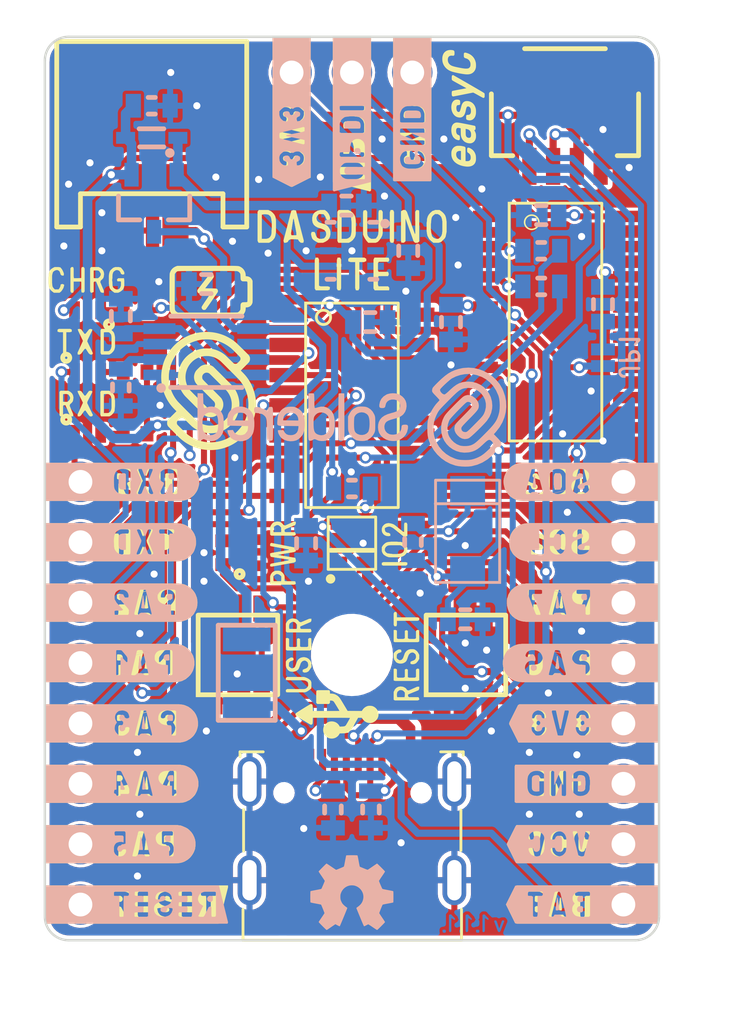
<source format=kicad_pcb>
(kicad_pcb (version 20210623) (generator pcbnew)
  (layers (0 "F.Cu" mixed) (31 "B.Cu" signal) (34 "B.Paste" user) (35 "F.Paste" user) (36 "B.SilkS" user "B.Silkscreen") (37 "F.SilkS" user "F.Silkscreen") (38 "B.Mask" user) (39 "F.Mask" user) (44 "Edge.Cuts" user))
  (net 0 "")
  (net 1 "+3V3")
  (net 2 "GND")
  (net 3 "RESET")
  (net 4 "VUSB")
  (net 5 "VCC")
  (net 6 "VBAT")
  (net 7 "TXD0")
  (net 8 "Net-(D1-Pad1)")
  (net 9 "RXD0")
  (net 10 "Net-(D2-Pad1)")
  (net 11 "Net-(D3-Pad1)")
  (net 13 "Net-(F1-Pad2)")
  (net 14 "D-")
  (net 15 "D+")
  (net 16 "SDA")
  (net 17 "SCL")
  (net 18 "SPI_MISO")
  (net 19 "SPI_MOSI")
  (net 20 "SPI_SCK")
  (net 21 "SPI_CS")
  (net 23 "RTS")
  (net 24 "Net-(C10-Pad2)")
  (net 25 "Net-(C2-Pad1)")
  (net 26 "Net-(D5-Pad2)")
  (net 27 "Net-(K2-PadA5)")
  (net 29 "Net-(K2-PadB5)")
  (net 36 "Net-(R1-Pad1)")
  (net 37 "Net-(R2-Pad1)")
  (net 38 "Net-(R11-Pad1)")
  (net 39 "Net-(R12-Pad1)")
  (net 41 "Net-(D4-Pad3)")
  (net 43 "PA5")
  (net 44 "PA7")
  (net 45 "PA6")
  (footprint "e-radionica.com footprinti:HEADER-UPDI" (layer "F.Cu") (at 77.43 113.5)
    (fp_text reference "K4")
    (fp_text value "HEADER-UPDI")
  )
  (footprint "buzzardLabel" (layer "F.Cu") (at 90.76 130.72)
    (fp_text reference "")
    (fp_text value "")
  )
  (footprint "buzzardLabel" (layer "F.Cu") (at 79.2 133.3 90)
    (fp_text reference "")
    (fp_text value "")
  )
  (footprint "buzzardLabel" (layer "F.Cu") (at 64.1 145.96)
    (fp_text reference "")
    (fp_text value "")
  )
  (footprint "e-radionica.com footprinti:0402R" (layer "F.Cu") (at 68.3 126.1)
    (fp_text reference "R3")
    (fp_text value "2k2")
  )
  (footprint "buzzardLabel" (layer "F.Cu") (at 90.76 143.42)
    (fp_text reference "")
    (fp_text value "")
  )
  (footprint "buzzardLabel" (layer "F.Cu") (at 64.1 135.8)
    (fp_text reference "")
    (fp_text value "")
  )
  (footprint "Soldered Graphics:Logo-Back-OSH-3.5mm" (layer "F.Cu") (at 77.43 148)
    (fp_text reference "G***" hide)
    (fp_text value "LOGO" hide)
  )
  (footprint "e-radionica.com footprinti:0402LED" (layer "F.Cu") (at 66.3 128.7 180)
    (fp_text reference "D2")
    (fp_text value "orange")
  )
  (footprint "e-radionica.com footprinti:SOIC-14" (layer "F.Cu") (at 77.43 127.5)
    (fp_text reference "U4")
    (fp_text value "ATTINY804")
  )
  (footprint "e-radionica.com footprinti:0402R" (layer "F.Cu") (at 68.3 128.7)
    (fp_text reference "R4")
    (fp_text value "2k2")
  )
  (footprint "buzzardLabel" (layer "F.Cu") (at 90.76 138.34)
    (fp_text reference "")
    (fp_text value "")
  )
  (footprint "buzzardLabel" (layer "F.Cu") (at 90.76 140.88)
    (fp_text reference "")
    (fp_text value "")
  )
  (footprint "buzzardLabel" (layer "F.Cu") (at 90.76 133.26)
    (fp_text reference "")
    (fp_text value "")
  )
  (footprint "buzzardLabel" (layer "F.Cu") (at 64.1 143.42)
    (fp_text reference "")
    (fp_text value "")
  )
  (footprint "e-radionica.com footprinti:FIDUCIAL_1MM_PASTE" (layer "F.Cu") (at 74.5 149)
    (fp_text reference "FD1")
    (fp_text value "Fiducial_Stencil")
  )
  (footprint "buzzardLabel" (layer "F.Cu") (at 90.76 145.96)
    (fp_text reference "")
    (fp_text value "")
  )
  (footprint "buzzardLabel" (layer "F.Cu") (at 74.89 111.6 90)
    (fp_text reference "")
    (fp_text value "")
  )
  (footprint "e-radionica.com footprinti:WS2812B-2020" (layer "F.Cu") (at 77.43 133.3 -90)
    (fp_text reference "D4")
    (fp_text value "WS2812B-2020")
  )
  (footprint "buzzardLabel" (layer "F.Cu") (at 77.43 111.6 90)
    (fp_text reference "")
    (fp_text value "")
  )
  (footprint "e-radionica.com footprinti:0402R" (layer "F.Cu") (at 68.3 123.5 180)
    (fp_text reference "R12")
    (fp_text value "2k2")
  )
  (footprint "buzzardLabel" (layer "F.Cu") (at 79.97 111.6 90)
    (fp_text reference "")
    (fp_text value "")
  )
  (footprint "buzzardLabel" (layer "F.Cu") (at 90.76 135.8)
    (fp_text reference "")
    (fp_text value "")
  )
  (footprint "e-radionica.com footprinti:0402LED" (layer "F.Cu") (at 73.3 133.7 -90)
    (fp_text reference "D3")
    (fp_text value "purple")
  )
  (footprint "buzzardLabel" (layer "F.Cu") (at 79.7 138 90)
    (fp_text reference "")
    (fp_text value "")
  )
  (footprint "e-radionica.com footprinti:HEADER_MALE_8X1" (layer "F.Cu") (at 66 139.61 90)
    (fp_text reference "K5")
    (fp_text value "HEADER_MALE_8X1")
  )
  (footprint "e-radionica.com footprinti:SOP-16" (layer "F.Cu") (at 86 124)
    (fp_text reference "U1")
    (fp_text value "CH340C")
  )
  (footprint "buzzardLabel" (layer "F.Cu") (at 77.43 120)
    (fp_text reference "")
    (fp_text value "")
  )
  (footprint "e-radionica.com footprinti:easyC-connector" (layer "F.Cu") (at 86.4 115.3)
    (fp_text reference "K1")
    (fp_text value "easyC-SMD")
  )
  (footprint "e-radionica.com footprinti:0402LED" (layer "F.Cu") (at 66.3 126.1 180)
    (fp_text reference "D1")
    (fp_text value "blue")
  )
  (footprint "Soldered Graphics:Symbol-Front-Battery" (layer "F.Cu") (at 71.5 122.8)
    (fp_text reference "G***" hide)
    (fp_text value "LOGO" hide)
  )
  (footprint "buzzardLabel" (layer "F.Cu") (at 64.1 138.34)
    (fp_text reference "")
    (fp_text value "")
  )
  (footprint "buzzardLabel" (layer "F.Cu") (at 66.3 122.2)
    (fp_text reference "")
    (fp_text value "")
  )
  (footprint "Soldered Graphics:Logo-Back-SolderedFULL-13mm" (layer "F.Cu") (at 77.43 128)
    (fp_text reference "REF**" hide)
    (fp_text value "Logo-Front-SolderedFULL-13mm" hide)
  )
  (footprint "Soldered Graphics:Logo-Front-Soldered-5mm" (layer "F.Cu") (at 71.4 126.9)
    (fp_text reference "G***" hide)
    (fp_text value "LOGO" hide)
  )
  (footprint "buzzardLabel" (layer "F.Cu") (at 90.76 148.5)
    (fp_text reference "")
    (fp_text value "")
  )
  (footprint "buzzardLabel" (layer "F.Cu") (at 75.16 138 90)
    (fp_text reference "")
    (fp_text value "")
  )
  (footprint "buzzardLabel" (layer "F.Cu") (at 66.3 127.4)
    (fp_text reference "")
    (fp_text value "")
  )
  (footprint "buzzardLabel" (layer "F.Cu") (at 64.1 133.26)
    (fp_text reference "")
    (fp_text value "")
  )
  (footprint "e-radionica.com footprinti:0402LED" (layer "F.Cu") (at 66.3 123.5)
    (fp_text reference "D5")
    (fp_text value "red")
  )
  (footprint "buzzardLabel" (layer "F.Cu") (at 64.1 140.88)
    (fp_text reference "")
    (fp_text value "")
  )
  (footprint "e-radionica.com footprinti:HEADER_MALE_8X1" (layer "F.Cu") (at 88.86 139.61 90)
    (fp_text reference "K6")
    (fp_text value "HEADER_MALE_8X1")
  )
  (footprint "e-radionica.com footprinti:YTSA007A0151803B" (layer "F.Cu") (at 72.63 138 90)
    (fp_text reference "SW1")
    (fp_text value "YTSA007A0151803B")
  )
  (footprint "e-radionica.com footprinti:HOLE_3.2mm" (layer "F.Cu") (at 77.43 138)
    (fp_text reference "H1" hide)
    (fp_text value "HOLE_3.2mm" hide)
  )
  (footprint "e-radionica.com footprinti:JST-2pin-SMD" (layer "F.Cu") (at 69 117)
    (fp_text reference "K3")
    (fp_text value "JST-2pin-SMD")
  )
  (footprint "Soldered Graphics:Logo-Front-easyC-5mm" (layer "F.Cu") (at 82.1 115 90)
    (fp_text reference "G***" hide)
    (fp_text value "LOGO" hide)
  )
  (footprint "Soldered Graphics:Symbol-Front-USB" (layer "F.Cu") (at 76.8 140.5 90)
    (fp_text reference "G***" hide)
    (fp_text value "LOGO" hide)
  )
  (footprint "buzzardLabel" (layer "F.Cu") (at 77.43 122)
    (fp_text reference "")
    (fp_text value "")
  )
  (footprint "buzzardLabel" (layer "F.Cu") (at 74.5 133.7 90)
    (fp_text reference "")
    (fp_text value "")
  )
  (footprint "e-radionica.com footprinti:YTSA007A0151803B" (layer "F.Cu") (at 82.23 138 90)
    (fp_text reference "SW2")
    (fp_text value "YTSA007A0151803B")
  )
  (footprint "e-radionica.com footprinti:0402R" (layer "F.Cu") (at 72 133.7 90)
    (fp_text reference "R6")
    (fp_text value "2k2")
  )
  (footprint "buzzardLabel" (layer "F.Cu") (at 64.1 148.5)
    (fp_text reference "")
    (fp_text value "")
  )
  (footprint "buzzardLabel" (layer "F.Cu") (at 66.3 124.8)
    (fp_text reference "")
    (fp_text value "")
  )
  (footprint "buzzardLabel" (layer "F.Cu") (at 64.1 130.72)
    (fp_text reference "")
    (fp_text value "")
  )
  (footprint "e-radionica.com footprinti:U262-161N-4BVC11" (layer "F.Cu") (at 77.43 145)
    (fp_text reference "K2")
    (fp_text value "U262-161N-4BVC11")
  )
  (footprint "buzzardLabel" (layer "B.Cu") (at 74.89 111.6 90)
    (fp_text reference "")
    (fp_text value "")
  )
  (footprint "buzzardLabel" (layer "B.Cu") (at 79.97 111.6 90)
    (fp_text reference "")
    (fp_text value "")
  )
  (footprint "e-radionica.com footprinti:0603R" (layer "B.Cu") (at 85.4 122.5)
    (fp_text reference "R2")
    (fp_text value "1k")
  )
  (footprint "buzzardLabel" (layer "B.Cu") (at 90.76 143.42 180)
    (fp_text reference "")
    (fp_text value "")
  )
  (footprint "e-radionica.com footprinti:0603C" (layer "B.Cu") (at 78.2 124)
    (fp_text reference "C9")
    (fp_text value "0.1uF")
  )
  (footprint "e-radionica.com footprinti:1206FUSE" (layer "B.Cu") (at 73 138.75 -90)
    (fp_text reference "F1")
    (fp_text value "1206FUSE-500mA")
  )
  (footprint "buzzardLabel" (layer "B.Cu") (at 64.1 138.34 180)
    (fp_text reference "")
    (fp_text value "")
  )
  (footprint "e-radionica.com footprinti:0603C" (layer "B.Cu") (at 85.4 119.5)
    (fp_text reference "C1")
    (fp_text value "0.1uF")
  )
  (footprint "e-radionica.com footprinti:M4_DIODA" (layer "B.Cu") (at 82.3 132.8 90)
    (fp_text reference "D6")
    (fp_text value "M4_DIODA")
  )
  (footprint "e-radionica.com footprinti:0603R" (layer "B.Cu") (at 80 133.25 90)
    (fp_text reference "R10")
    (fp_text value "10k")
  )
  (footprint "e-radionica.com footprinti:0603C" (layer "B.Cu") (at 79.8 121 90)
    (fp_text reference "C5")
    (fp_text value "2.2uF")
  )
  (footprint "e-radionica.com footprinti:0603R" (layer "B.Cu") (at 85.4 121)
    (fp_text reference "R1")
    (fp_text value "1k")
  )
  (footprint "buzzardLabel" (layer "B.Cu") (at 64.1 148.5 180)
    (fp_text reference "")
    (fp_text value "")
  )
  (footprint "buzzardLabel" (layer "B.Cu") (at 90.76 133.26 180)
    (fp_text reference "")
    (fp_text value "")
  )
  (footprint "buzzardLabel" (layer "B.Cu") (at 64.1 143.42 180)
    (fp_text reference "")
    (fp_text value "")
  )
  (footprint "e-radionica.com footprinti:0603R" (layer "B.Cu") (at 78.23 144.5 -90)
    (fp_text reference "R7")
    (fp_text value "5.1k")
  )
  (footprint "buzzardLabel" (layer "B.Cu") (at 64.1 135.8 180)
    (fp_text reference "")
    (fp_text value "")
  )
  (footprint "e-radionica.com footprinti:TPS7A2633DRVR" (layer "B.Cu") (at 77.43 121 180)
    (fp_text reference "U2")
    (fp_text value "TPS7A2633DRVR")
  )
  (footprint "buzzardLabel" (layer "B.Cu") (at 64.1 145.96 180)
    (fp_text reference "")
    (fp_text value "")
  )
  (footprint "buzzardLabel" (layer "B.Cu") (at 64.1 140.88 180)
    (fp_text reference "")
    (fp_text value "")
  )
  (footprint "e-radionica.com footprinti:0603R" (layer "B.Cu") (at 76.63 144.5 -90)
    (fp_text reference "R8")
    (fp_text value "5.1k")
  )
  (footprint "Soldered Graphics:Version1.1.1." (layer "B.Cu") (at 82.5 149.3 180)
    (fp_text reference "REF**" hide)
    (fp_text value "Version1.1.1." hide)
  )
  (footprint "e-radionica.com footprinti:SOT-23-3" (layer "B.Cu") (at 69.1 119 -90)
    (fp_text reference "Q1")
    (fp_text value "PMOS-SOT-23-3")
  )
  (footprint "buzzardLabel" (layer "B.Cu") (at 77.43 111.6 90)
    (fp_text reference "")
    (fp_text value "")
  )
  (footprint "e-radionica.com footprinti:0603C" (layer "B.Cu") (at 77.2 119.1 180)
    (fp_text reference "C3")
    (fp_text value "2.2uF")
  )
  (footprint "buzzardLabel" (layer "B.Cu") (at 90.76 140.88 180)
    (fp_text reference "")
    (fp_text value "")
  )
  (footprint "e-radionica.com footprinti:0603R" (layer "B.Cu") (at 69 114.9 180)
    (fp_text reference "R14")
    (fp_text value "100k")
  )
  (footprint "buzzardLabel" (layer "B.Cu") (at 90.76 148.5 180)
    (fp_text reference "")
    (fp_text value "")
  )
  (footprint "buzzardLabel" (layer "B.Cu") (at 90.76 130.72 180)
    (fp_text reference "")
    (fp_text value "")
  )
  (footprint "e-radionica.com footprinti:0603C" (layer "B.Cu") (at 88 123.25 -90)
    (fp_text reference "C10")
    (fp_text value "0.1uF")
  )
  (footprint "buzzardLabel" (layer "B.Cu") (at 64.1 133.26 180)
    (fp_text reference "")
    (fp_text value "")
  )
  (footprint "buzzardLabel" (layer "B.Cu") (at 90.76 135.8 180)
    (fp_text reference "")
    (fp_text value "")
  )
  (footprint "e-radionica.com footprinti:0603C" (layer "B.Cu") (at 81.6 124 -90)
    (fp_text reference "C2")
    (fp_text value "0.1uF")
  )
  (footprint "buzzardLabel" (layer "B.Cu") (at 90.76 138.34 180)
    (fp_text reference "")
    (fp_text value "")
  )
  (footprint "e-radionica.com footprinti:SMD_JUMPER" (layer "B.Cu") (at 88 125.5 -90)
    (fp_text reference "JP1")
    (fp_text value "SMD_JUMPER")
  )
  (footprint "buzzardLabel" (layer "B.Cu") (at 90.76 145.96 180)
    (fp_text reference "")
    (fp_text value "")
  )
  (footprint "e-radionica.com footprinti:0603C" (layer "B.Cu") (at 71.3 122.4)
    (fp_text reference "C7")
    (fp_text value "2.2uF")
  )
  (footprint "buzzardLabel" (layer "B.Cu") (at 89.1 125.5 90)
    (fp_text reference "")
    (fp_text value "")
  )
  (footprint "e-radionica.com footprinti:0603C" (layer "B.Cu") (at 82.2 136.5 180)
    (fp_text reference "C6")
    (fp_text value "270pF")
  )
  (footprint "e-radionica.com footprinti:0603R" (layer "B.Cu") (at 77.43 131)
    (fp_text reference "R5")
    (fp_text value "1k")
  )
  (footprint "e-radionica.com footprinti:0603C" (layer "B.Cu") (at 67.7 123.75 -90)
    (fp_text reference "C8")
    (fp_text value "2.2uF")
  )
  (footprint "e-radionica.com footprinti:TP4056M-MSOP8" (layer "B.Cu") (at 71.3 125.25)
    (fp_text reference "U3")
    (fp_text value "TP4056M")
  )
  (footprint "e-radionica.com footprinti:0603R" (layer "B.Cu") (at 67.7 126.75 -90)
    (fp_text reference "R11")
    (fp_text value "3k")
  )
  (footprint "e-radionica.com footprinti:0603C" (layer "B.Cu") (at 75.5 133.3 -90)
    (fp_text reference "C4")
    (fp_text value "100nF")
  )
  (footprint "e-radionica.com footprinti:SOD-323" (layer "B.Cu") (at 69 116.25)
    (fp_text reference "D7")
    (fp_text value "BAT20J")
  )
  (footprint "buzzardLabel" (layer "B.Cu") (at 64.1 130.72 180)
    (fp_text reference "")
    (fp_text value "")
  )
  (gr_arc (start 89.36 112.999997) (end 89.36 112) (angle 90) (layer "Edge.Cuts") (width 0.1))
  (gr_arc (start 89.36 149) (end 89.36 150) (angle -90) (layer "Edge.Cuts") (width 0.1))
  (gr_line (start 64.5 113) (end 64.5 149) (layer "Edge.Cuts") (width 0.1))
  (gr_line locked (start 90.36 149) (end 90.36 113) (layer "Edge.Cuts") (width 0.1))
  (gr_line locked (start 89.36 112) (end 65.5 112) (layer "Edge.Cuts") (width 0.1))
  (gr_line (start 65.5 150) (end 89.36 150) (layer "Edge.Cuts") (width 0.1))
  (gr_arc (start 65.5 149) (end 65.5 150) (angle 90) (layer "Edge.Cuts") (width 0.1))
  (gr_arc (start 65.499997 113) (end 64.5 113) (angle 90) (layer "Edge.Cuts") (width 0.1))
  (segment (start 86.1 115.3) (end 84 115.3) (width 0.3) (layer "F.Cu") (net 1))
  (segment (start 74.89 113.89) (end 74.89 113.5) (width 0.3) (layer "F.Cu") (net 1))
  (segment (start 81.5 132.8) (end 83.9 132.8) (width 0.254) (layer "F.Cu") (net 1))
  (segment (start 75.01898 135.61898) (end 74.6 135.2) (width 0.254) (layer "F.Cu") (net 1))
  (segment (start 74.6 135.2) (end 72.6 135.2) (width 0.254) (layer "F.Cu") (net 1))
  (segment (start 76.3 115.3) (end 74.89 113.89) (width 0.3) (layer "F.Cu") (net 1))
  (segment (start 86.9 116.1) (end 86.1 115.3) (width 0.3) (layer "F.Cu") (net 1))
  (segment (start 78.08102 135.61898) (end 75.01898 135.61898) (width 0.254) (layer "F.Cu") (net 1))
  (segment (start 72 134.6) (end 72 134.2) (width 0.254) (layer "F.Cu") (net 1))
  (segment (start 80.9 132.8) (end 78.08102 135.61898) (width 0.254) (layer "F.Cu") (net 1))
  (segment (start 81.5 132.8) (end 80.9 132.8) (width 0.254) (layer "F.Cu") (net 1))
  (segment (start 76.5 123.3) (end 76.11 123.69) (width 0.3) (layer "F.Cu") (net 1))
  (segment (start 76.11 123.69) (end 74.73 123.69) (width 0.3) (layer "F.Cu") (net 1))
  (segment (start 83.9 132.8) (end 85.6 134.5) (width 0.254) (layer "F.Cu") (net 1))
  (segment (start 72.6 135.2) (end 72 134.6) (width 0.254) (layer "F.Cu") (net 1))
  (segment (start 86.9 117.45) (end 86.9 116.1) (width 0.3) (layer "F.Cu") (net 1))
  (segment (start 84 115.3) (end 76.3 115.3) (width 0.3) (layer "F.Cu") (net 1))
  (via (at 81.5 132.8) (size 0.5) (drill 0.3) (layers "F.Cu" "B.Cu") (net 1))
  (via (at 76.5 123.3) (size 0.5) (drill 0.3) (layers "F.Cu" "B.Cu") (net 1))
  (via (at 84 115.3) (size 0.5) (drill 0.3) (layers "F.Cu" "B.Cu") (net 1))
  (via (at 85.6 134.5) (size 0.5) (drill 0.3) (layers "F.Cu" "B.Cu") (net 1))
  (segment (start 81.1 122.3) (end 80.6 122.8) (width 0.3) (layer "B.Cu") (net 1))
  (segment (start 87 123.9) (end 87 121.6) (width 0.3) (layer "B.Cu") (net 1))
  (segment (start 78.425 120.35) (end 79.72 120.35) (width 0.3) (layer "B.Cu") (net 1))
  (segment (start 86.5 118) (end 85.1 118) (width 0.3) (layer "B.Cu") (net 1))
  (segment (start 79.8 125.3) (end 78.1 125.3) (width 0.3) (layer "B.Cu") (net 1))
  (segment (start 88.86 140.88) (end 88.78 140.88) (width 0.3) (layer "B.Cu") (net 1))
  (segment (start 77.47 124.67) (end 77.47 124) (width 0.3) (layer "B.Cu") (net 1))
  (segment (start 81.1 120.8) (end 81.1 122.3) (width 0.3) (layer "B.Cu") (net 1))
  (segment (start 80.6 122.8) (end 80.6 124.5) (width 0.3) (layer "B.Cu") (net 1))
  (segment (start 76.77 123.3) (end 77.47 124) (width 0.3) (layer "B.Cu") (net 1))
  (segment (start 79.8 118.8) (end 79.8 120.27) (width 0.3) (layer "B.Cu") (net 1))
  (segment (start 81.5 132.8) (end 82.3 132) (width 0.254) (layer "B.Cu") (net 1))
  (segment (start 79.72 120.35) (end 79.8 120.27) (width 0.3) (layer "B.Cu") (net 1))
  (segment (start 79.8 120.27) (end 80.57 120.27) (width 0.3) (layer "B.Cu") (net 1))
  (segment (start 85.1 118) (end 84 116.9) (width 0.3) (layer "B.Cu") (net 1))
  (segment (start 74.89 113.5) (end 74.89 113.89) (width 0.3) (layer "B.Cu") (net 1))
  (segment (start 80.325 132.8) (end 81.5 132.8) (width 0.254) (layer "B.Cu") (net 1))
  (segment (start 80.57 120.27) (end 81.1 120.8) (width 0.3) (layer "B.Cu") (net 1))
  (segment (start 76.5 123.3) (end 76.77 123.3) (width 0.3) (layer "B.Cu") (net 1))
  (segment (start 82.3 132) (end 82.3 131.11) (width 0.254) (layer "B.Cu") (net 1))
  (segment (start 80 132.475) (end 80.325 132.8) (width 0.254) (layer "B.Cu") (net 1))
  (segment (start 87.8 119.3) (end 86.5 118) (width 0.3) (layer "B.Cu") (net 1))
  (segment (start 87 121.6) (end 87.8 120.8) (width 0.3) (layer "B.Cu") (net 1))
  (segment (start 84 116.9) (end 84 115.3) (width 0.3) (layer "B.Cu") (net 1))
  (segment (start 87.8 120.8) (end 87.8 119.3) (width 0.3) (layer "B.Cu") (net 1))
  (segment (start 78.1 125.3) (end 77.47 124.67) (width 0.3) (layer "B.Cu") (net 1))
  (segment (start 85.6 125.3) (end 87 123.9) (width 0.3) (layer "B.Cu") (net 1))
  (segment (start 80.6 124.5) (end 79.8 125.3) (width 0.3) (layer "B.Cu") (net 1))
  (segment (start 74.89 113.89) (end 79.8 118.8) (width 0.3) (layer "B.Cu") (net 1))
  (segment (start 85.6 137.7) (end 85.6 125.3) (width 0.3) (layer "B.Cu") (net 1))
  (segment (start 88.78 140.88) (end 85.6 137.7) (width 0.3) (layer "B.Cu") (net 1))
  (via (at 82.9 118.4) (size 0.5) (drill 0.3) (layers "F.Cu" "B.Cu") (net 2))
  (via (at 86.9 142.2) (size 0.5) (drill 0.3) (layers "F.Cu" "B.Cu") (net 2))
  (via (at 73.5 118) (size 0.5) (drill 0.3) (layers "F.Cu" "B.Cu") (net 2))
  (via (at 75.4 145.3) (size 0.5) (drill 0.3) (layers "F.Cu" "B.Cu") (net 2))
  (via (at 83.3 141.2) (size 0.5) (drill 0.3) (layers "F.Cu" "B.Cu") (net 2))
  (via (at 68.4 142.1) (size 0.5) (drill 0.3) (layers "F.Cu" "B.Cu") (net 2))
  (via (at 84.9 144.7) (size 0.5) (drill 0.3) (layers "F.Cu" "B.Cu") (net 2))
  (via (at 69.1 134.6) (size 0.5) (drill 0.3) (layers "F.Cu" "B.Cu") (net 2))
  (via (at 71.7 117.9) (size 0.5) (drill 0.3) (layers "F.Cu" "B.Cu") (net 2))
  (via (at 68.5 144.7) (size 0.5) (drill 0.3) (layers "F.Cu" "B.Cu") (net 2))
  (via (at 75.5 121) (size 0.5) (drill 0.3) (layers "F.Cu" "B.Cu") (net 2))
  (via (at 66.4 117.3) (size 0.5) (drill 0.3) (layers "F.Cu" "B.Cu") (net 2))
  (via (at 86.5 132) (size 0.5) (drill 0.3) (layers "F.Cu" "B.Cu") (net 2))
  (via (at 68.4 147.3) (size 0.5) (drill 0.3) (layers "F.Cu" "B.Cu") (net 2))
  (via (at 85.7 139.6) (size 0.5) (drill 0.3) (layers "F.Cu" "B.Cu") (net 2))
  (via (at 69.8 113.5) (size 0.5) (drill 0.3) (layers "F.Cu" "B.Cu") (net 2))
  (via (at 72.6 138.8) (size 0.5) (drill 0.3) (layers "F.Cu" "B.Cu") (net 2))
  (via (at 77.43 121) (size 0.5) (drill 0.3) (layers "F.Cu" "B.Cu") (net 2))
  (via (at 78.7 116.3) (size 0.5) (drill 0.3) (layers "F.Cu" "B.Cu") (net 2))
  (via (at 71.3 141.2) (size 0.5) (drill 0.3) (layers "F.Cu" "B.Cu") (net 2))
  (via (at 82.2 139.4) (size 0.5) (drill 0.3) (layers "F.Cu" "B.Cu") (net 2))
  (via (at 81.9 121.6) (size 0.5) (drill 0.3) (layers "F.Cu" "B.Cu") (net 2))
  (via (at 71.2 134.9) (size 0.5) (drill 0.3) (layers "F.Cu" "B.Cu") (net 2))
  (via (at 77.4 130.3) (size 0.5) (drill 0.3) (layers "F.Cu" "B.Cu") (net 2))
  (via (at 87.1 137) (size 0.5) (drill 0.3) (layers "F.Cu" "B.Cu") (net 2))
  (via (at 70.9 114.9) (size 0.5) (drill 0.3) (layers "F.Cu" "B.Cu") (net 2))
  (via (at 87 144.7) (size 0.5) (drill 0.3) (layers "F.Cu" "B.Cu") (net 2))
  (via (at 88 129) (size 0.5) (drill 0.3) (layers "F.Cu" "B.Cu") (net 2))
  (via (at 73.9 121.1) (size 0.5) (drill 0.3) (layers "F.Cu" "B.Cu") (net 2))
  (via (at 66.9 119.4) (size 0.5) (drill 0.3) (layers "F.Cu" "B.Cu") (net 2))
  (via (at 89.1 117.5) (size 0.5) (drill 0.3) (layers "F.Cu" "B.Cu") (net 2))
  (via (at 75.6 134.9) (size 0.5) (drill 0.3) (layers "F.Cu" "B.Cu") (net 2))
  (via (at 81.3 116.3) (size 0.5) (drill 0.3) (layers "F.Cu" "B.Cu") (net 2))
  (via (at 69.35 127.5) (size 0.5) (drill 0.3) (layers "F.Cu" "B.Cu") (net 2))
  (via (at 78.8 118.7) (size 0.5) (drill 0.3) (layers "F.Cu" "B.Cu") (net 2))
  (via (at 65.3 120.8) (size 0.5) (drill 0.3) (layers "F.Cu" "B.Cu") (net 2))
  (via (at 84.9 142.1) (size 0.5) (drill 0.3) (layers "F.Cu" "B.Cu") (net 2))
  (via (at 80.3 135.4) (size 0.5) (drill 0.3) (layers "F.Cu" "B.Cu") (net 2))
  (via (at 83.1 137.8) (size 0.5) (drill 0.3) (layers "F.Cu" "B.Cu") (net 2))
  (via (at 86.3 128.7) (size 0.5) (drill 0.3) (layers "F.Cu" "B.Cu") (net 2))
  (via (at 69.3 122.3) (size 0.5) (drill 0.3) (layers "F.Cu" "B.Cu") (net 2))
  (via (at 72.4 120.6) (size 0.5) (drill 0.3) (layers "F.Cu" "B.Cu") (net 2))
  (via (at 81.8 119.6) (size 0.5) (drill 0.3) (layers "F.Cu" "B.Cu") (net 2))
  (via (at 65.5 118.2) (size 0.5) (drill 0.3) (layers "F.Cu" "B.Cu") (net 2))
  (via (at 87.5 126.9) (size 0.5) (drill 0.3) (layers "F.Cu" "B.Cu") (net 2))
  (via (at 79.5 145.9) (size 0.5) (drill 0.3) (layers "F.Cu" "B.Cu") (net 2))
  (via (at 76.1 117.9) (size 0.5) (drill 0.3) (layers "F.Cu" "B.Cu") (net 2))
  (via (at 66.9 121) (size 0.5) (drill 0.3) (layers "F.Cu" "B.Cu") (net 2))
  (via (at 88 115.9) (size 0.5) (drill 0.3) (layers "F.Cu" "B.Cu") (net 2))
  (via (at 81.6 125.8) (size 0.5) (drill 0.3) (layers "F.Cu" "B.Cu") (net 2))
  (via (at 72.5 129.7) (size 0.5) (drill 0.3) (layers "F.Cu" "B.Cu") (net 2))
  (via (at 87.1 120.4) (size 0.5) (drill 0.3) (layers "F.Cu" "B.Cu") (net 2))
  (via (at 68.5 137.1) (size 0.5) (drill 0.3) (layers "F.Cu" "B.Cu") (net 2))
  (via (at 71.2 133.7) (size 0.5) (drill 0.3) (layers "F.Cu" "B.Cu") (net 2))
  (via (at 82.2 133.4) (size 0.5) (drill 0.3) (layers "F.Cu" "B.Cu") (net 2))
  (via (at 77.9 133.3) (size 0.5) (drill 0.3) (layers "F.Cu" "B.Cu") (net 2))
  (via (at 82.2 137.5) (size 0.5) (drill 0.3) (layers "F.Cu" "B.Cu") (net 2))
  (via (at 79.7 122.7) (size 0.5) (drill 0.3) (layers "F.Cu" "B.Cu") (net 2))
  (segment (start 66 148.5) (end 68.3 148.5) (width 0.254) (layer "F.Cu") (net 3))
  (segment (start 81.37 128.77) (end 80.13 128.77) (width 0.254) (layer "F.Cu") (net 3))
  (segment (start 86.2 127.7) (end 86.2 125.6) (width 0.254) (layer "F.Cu") (net 3))
  (segment (start 81.23 139.95) (end 81.23 136.05) (width 0.254) (layer "F.Cu") (net 3))
  (segment (start 83.6 129.4) (end 82 129.4) (width 0.254) (layer "F.Cu") (net 3))
  (segment (start 75.4 140.1) (end 81.08 140.1) (width 0.254) (layer "F.Cu") (net 3))
  (segment (start 81.23 134.92) (end 81.23 136.05) (width 0.254) (layer "F.Cu") (net 3))
  (segment (start 82 129.4) (end 81.37 128.77) (width 0.254) (layer "F.Cu") (net 3))
  (segment (start 83.6 129.4) (end 84.5 129.4) (width 0.254) (layer "F.Cu") (net 3))
  (segment (start 71.1 142.5) (end 72.4 141.2) (width 0.254) (layer "F.Cu") (net 3))
  (segment (start 86.5 125.9) (end 87 125.9) (width 0.254) (layer "F.Cu") (net 3))
  (segment (start 84.3 123.7) (end 86.2 125.6) (width 0.254) (layer "F.Cu") (net 3))
  (segment (start 68.3 148.5) (end 71.1 145.7) (width 0.254) (layer "F.Cu") (net 3))
  (segment (start 86.2 125.6) (end 86.5 125.9) (width 0.254) (layer "F.Cu") (net 3))
  (segment (start 84.5 129.4) (end 86.2 127.7) (width 0.254) (layer "F.Cu") (net 3))
  (segment (start 81.01 134.7) (end 81.23 134.92) (width 0.254) (layer "F.Cu") (net 3))
  (segment (start 74.3 141.2) (end 75.4 140.1) (width 0.254) (layer "F.Cu") (net 3))
  (segment (start 81.08 140.1) (end 81.23 139.95) (width 0.254) (layer "F.Cu") (net 3))
  (segment (start 71.1 145.7) (end 71.1 142.5) (width 0.254) (layer "F.Cu") (net 3))
  (segment (start 72.4 141.2) (end 74.3 141.2) (width 0.254) (layer "F.Cu") (net 3))
  (segment (start 80.13 128.77) (end 79.86778 128.77) (width 0.254) (layer "F.Cu") (net 3))
  (via (at 84.3 123.7) (size 0.5) (drill 0.3) (layers "F.Cu" "B.Cu") (net 3))
  (via (at 87 125.9) (size 0.5) (drill 0.3) (layers "F.Cu" "B.Cu") (net 3))
  (via (at 81.01 134.7) (size 0.5) (drill 0.3) (layers "F.Cu" "B.Cu") (net 3))
  (via (at 83.6 129.4) (size 0.5) (drill 0.3) (layers "F.Cu" "B.Cu") (net 3))
  (segment (start 82.3 134.49) (end 82.09 134.7) (width 0.254) (layer "B.Cu") (net 3))
  (segment (start 82.3 134.49) (end 82.3 134.9) (width 0.254) (layer "B.Cu") (net 3))
  (segment (start 77.43 113.5) (end 77.43 113.93) (width 0.254) (layer "B.Cu") (net 3))
  (segment (start 82.09 134.7) (end 81.01 134.7) (width 0.254) (layer "B.Cu") (net 3))
  (segment (start 81.47 135.73) (end 81.47 136.5) (width 0.254) (layer "B.Cu") (net 3))
  (segment (start 83.2 122.6) (end 83.5 122.9) (width 0.254) (layer "B.Cu") (net 3))
  (segment (start 83.2 119.7) (end 83.2 122.6) (width 0.254) (layer "B.Cu") (net 3))
  (segment (start 83.6 129.4) (end 83.6 133.3) (width 0.254) (layer "B.Cu") (net 3))
  (segment (start 82.3 134.9) (end 81.47 135.73) (width 0.254) (layer "B.Cu") (net 3))
  (segment (start 82.41 134.49) (end 82.3 134.49) (width 0.254) (layer "B.Cu") (net 3))
  (segment (start 83.6 133.3) (end 82.41 134.49) (width 0.254) (layer "B.Cu") (net 3))
  (segment (start 81.01 134.7) (end 80.335 134.025) (width 0.254) (layer "B.Cu") (net 3))
  (segment (start 87.05 125.85) (end 87 125.9) (width 0.3) (layer "B.Cu") (net 3))
  (segment (start 77.43 113.93) (end 83.2 119.7) (width 0.254) (layer "B.Cu") (net 3))
  (segment (start 83.5 122.9) (end 84.3 123.7) (width 0.254) (layer "B.Cu") (net 3))
  (segment (start 88 125.85) (end 87.05 125.85) (width 0.3) (layer "B.Cu") (net 3))
  (segment (start 80.335 134.025) (end 80 134.025) (width 0.254) (layer "B.Cu") (net 3))
  (segment (start 68.8 126.1) (end 68.8 128.7) (width 0.254) (layer "F.Cu") (net 4))
  (segment (start 68.89196 128.7) (end 69.24598 128.34598) (width 0.254) (layer "F.Cu") (net 4))
  (segment (start 86.8 119.5) (end 85.1 119.5) (width 0.254) (layer "F.Cu") (net 4))
  (segment (start 68 117.1) (end 67.3 117.8) (width 0.254) (layer "F.Cu") (net 4))
  (segment (start 86.8 119.5) (end 86.855 119.555) (width 0.254) (layer "F.Cu") (net 4))
  (segment (start 85.1 119.5) (end 82.7 117.1) (width 0.254) (layer "F.Cu") (net 4))
  (segment (start 86.855 119.555) (end 88.95 119.555) (width 0.254) (layer "F.Cu") (net 4))
  (segment (start 82.7 117.1) (end 68 117.1) (width 0.254) (layer "F.Cu") (net 4))
  (segment (start 65.75 123.5) (end 65.3 123.5) (width 0.254) (layer "F.Cu") (net 4))
  (segment (start 68.8 128.7) (end 68.89196 128.7) (width 0.254) (layer "F.Cu") (net 4))
  (via (at 65.3 123.5) (size 0.5) (drill 0.3) (layers "F.Cu" "B.Cu") (net 4))
  (via (at 69.24598 128.34598) (size 0.5) (drill 0.3) (layers "F.Cu" "B.Cu") (net 4))
  (via (at 86.8 119.5) (size 0.5) (drill 0.3) (layers "F.Cu" "B.Cu") (net 4))
  (via (at 67.3 117.8) (size 0.5) (drill 0.3) (layers "F.Cu" "B.Cu") (net 4))
  (segment (start 68.95402 128.34598) (end 68.4 128.9) (width 0.4) (layer "B.Cu") (net 4))
  (segment (start 73.275 126.225) (end 72.125 126.225) (width 0.3) (layer "B.Cu") (net 4))
  (segment (start 71.9 128.9) (end 71.34598 128.34598) (width 0.4) (layer "B.Cu") (net 4))
  (segment (start 67.9 115.225) (end 68.225 114.9) (width 0.4) (layer "B.Cu") (net 4))
  (segment (start 67.4 128.9) (end 66.3 127.8) (width 0.4) (layer "B.Cu") (net 4))
  (segment (start 66.3 118.8) (end 67.3 117.8) (width 0.4) (layer "B.Cu") (net 4))
  (segment (start 68.15 116.5) (end 67.9 116.25) (width 0.4) (layer "B.Cu") (net 4))
  (segment (start 67.905 124.275) (end 67.7 124.48) (width 0.254) (layer "B.Cu") (net 4))
  (segment (start 66.3 123.9) (end 66.3 118.8) (width 0.4) (layer "B.Cu") (net 4))
  (segment (start 67.7 124.48) (end 66.88 124.48) (width 0.3) (layer "B.Cu") (net 4))
  (segment (start 72.125 126.225) (end 70.175 124.275) (width 0.3) (layer "B.Cu") (net 4))
  (segment (start 69.24598 128.34598) (end 68.95402 128.34598) (width 0.4) (layer "B.Cu") (net 4))
  (segment (start 69.325 124.275) (end 67.905 124.275) (width 0.3) (layer "B.Cu") (net 4))
  (segment (start 73 137.35) (end 73 135.4) (width 0.4) (layer "B.Cu") (net 4))
  (segment (start 68.15 117.8) (end 68.15 116.5) (width 0.4) (layer "B.Cu") (net 4))
  (segment (start 66.88 124.48) (end 66.3 123.9) (width 0.3) (layer "B.Cu") (net 4))
  (segment (start 71.9 134.3) (end 71.9 128.9) (width 0.4) (layer "B.Cu") (net 4))
  (segment (start 66.3 127.8) (end 66.3 123.9) (width 0.4) (layer "B.Cu") (net 4))
  (segment (start 70.175 124.275) (end 69.325 124.275) (width 0.3) (layer "B.Cu") (net 4))
  (segment (start 68.4 128.9) (end 67.4 128.9) (width 0.4) (layer "B.Cu") (net 4))
  (segment (start 65.3 123.5) (end 66.3 122.5) (width 0.254) (layer "B.Cu") (net 4))
  (segment (start 71.34598 128.34598) (end 69.24598 128.34598) (width 0.4) (layer "B.Cu") (net 4))
  (segment (start 86.8 119.5) (end 86.13 119.5) (width 0.254) (layer "B.Cu") (net 4))
  (segment (start 67.9 116.25) (end 67.9 115.225) (width 0.4) (layer "B.Cu") (net 4))
  (segment (start 67.3 117.8) (end 68.15 117.8) (width 0.4) (layer "B.Cu") (net 4))
  (segment (start 73 135.4) (end 71.9 134.3) (width 0.4) (layer "B.Cu") (net 4))
  (segment (start 85.8 144.9) (end 86.86 145.96) (width 0.3) (layer "F.Cu") (net 5))
  (segment (start 76.2 132.6) (end 76.415 132.385) (width 0.3) (layer "F.Cu") (net 5))
  (segment (start 85.8 141.1) (end 85.8 144.9) (width 0.3) (layer "F.Cu") (net 5))
  (segment (start 83.4 138.7) (end 85.8 141.1) (width 0.3) (layer "F.Cu") (net 5))
  (segment (start 76.415 132.385) (end 76.88 132.385) (width 0.3) (layer "F.Cu") (net 5))
  (segment (start 82.9 138.7) (end 83.4 138.7) (width 0.3) (layer "F.Cu") (net 5))
  (segment (start 86.86 145.96) (end 88.86 145.96) (width 0.3) (layer "F.Cu") (net 5))
  (via (at 82.9 138.7) (size 0.5) (drill 0.3) (layers "F.Cu" "B.Cu") (net 5))
  (via (at 76.2 132.6) (size 0.5) (drill 0.3) (layers "F.Cu" "B.Cu") (net 5))
  (segment (start 75.35 121.65) (end 74.7 121) (width 0.3) (layer "B.Cu") (net 5))
  (segment (start 76.7 124.6) (end 74.7 122.6) (width 0.3) (layer "B.Cu") (net 5))
  (segment (start 76.435 119.135) (end 76.47 119.1) (width 0.3) (layer "B.Cu") (net 5))
  (segment (start 70.1 117.75) (end 70.05 117.8) (width 0.5) (layer "B.Cu") (net 5))
  (segment (start 74.7 120.3) (end 73.5 119.1) (width 0.3) (layer "B.Cu") (net 5))
  (segment (start 75.57 132.5) (end 75.5 132.57) (width 0.3) (layer "B.Cu") (net 5))
  (segment (start 75.5 128.1) (end 76.7 126.9) (width 0.3) (layer "B.Cu") (net 5))
  (segment (start 76.2 132.7) (end 76.2 132.6) (width 0.3) (layer "B.Cu") (net 5))
  (segment (start 76.7 126.9) (end 76.7 124.6) (width 0.3) (layer "B.Cu") (net 5))
  (segment (start 75.5 132.57) (end 76.17 132.57) (width 0.3) (layer "B.Cu") (net 5))
  (segment (start 82.9 138.7) (end 82.2 138.7) (width 0.3) (layer "B.Cu") (net 5))
  (segment (start 74.7 121) (end 74.7 120.3) (width 0.3) (layer "B.Cu") (net 5))
  (segment (start 75.5 132.57) (end 75.5 128.1) (width 0.3) (layer "B.Cu") (net 5))
  (segment (start 71.35 119.1) (end 73.5 119.1) (width 0.4) (layer "B.Cu") (net 5))
  (segment (start 76.435 120.35) (end 76.435 119.135) (width 0.3) (layer "B.Cu") (net 5))
  (segment (start 73.5 119.1) (end 76.47 119.1) (width 0.4) (layer "B.Cu") (net 5))
  (segment (start 70.05 117.8) (end 71.35 119.1) (width 0.4) (layer "B.Cu") (net 5))
  (segment (start 70.1 116.25) (end 70.1 117.75) (width 0.4) (layer "B.Cu") (net 5))
  (segment (start 74.7 122.6) (end 74.7 121) (width 0.3) (layer "B.Cu") (net 5))
  (segment (start 76.435 121.65) (end 75.35 121.65) (width 0.3) (layer "B.Cu") (net 5))
  (segment (start 76.17 132.57) (end 76.2 132.6) (width 0.3) (layer "B.Cu") (net 5))
  (segment (start 82.2 138.7) (end 76.2 132.7) (width 0.3) (layer "B.Cu") (net 5))
  (segment (start 70.85 120.15) (end 71.2 120.5) (width 0.3) (layer "F.Cu") (net 6))
  (segment (start 70 120.15) (end 70.85 120.15) (width 0.3) (layer "F.Cu") (net 6))
  (via (at 71.2 120.5) (size 0.5) (drill 0.3) (layers "F.Cu" "B.Cu") (net 6))
  (segment (start 78.7 142.6) (end 76.4 142.6) (width 0.3) (layer "B.Cu") (net 6))
  (segment (start 76.2 126.2) (end 76.2 125) (width 0.3) (layer "B.Cu") (net 6))
  (segment (start 76.1 142.3) (end 76.1 140.1) (width 0.3) (layer "B.Cu") (net 6))
  (segment (start 76.2 125) (end 75.5 124.3) (width 0.3) (layer "B.Cu") (net 6))
  (segment (start 74.3 128.1) (end 76.2 126.2) (width 0.3) (layer "B.Cu") (net 6))
  (segment (start 74.8 138.8) (end 74.8 135.2) (width 0.3) (layer "B.Cu") (net 6))
  (segment (start 74.3 134.7) (end 74.3 128.1) (width 0.3) (layer "B.Cu") (net 6))
  (segment (start 80.2 145.5) (end 79.5 144.8) (width 0.3) (layer "B.Cu") (net 6))
  (segment (start 76.1 140.1) (end 74.8 138.8) (width 0.3) (layer "B.Cu") (net 6))
  (segment (start 72.03 123.83) (end 72.475 124.275) (width 0.3) (layer "B.Cu") (net 6))
  (segment (start 79.5 143.4) (end 78.7 142.6) (width 0.3) (layer "B.Cu") (net 6))
  (segment (start 72.475 124.275) (end 73.275 124.275) (width 0.3) (layer "B.Cu") (net 6))
  (segment (start 73.3 124.3) (end 73.275 124.275) (width 0.3) (layer "B.Cu") (net 6))
  (segment (start 75.5 124.3) (end 73.3 124.3) (width 0.3) (layer "B.Cu") (net 6))
  (segment (start 72.03 121.33) (end 72.03 122.4) (width 0.3) (layer "B.Cu") (net 6))
  (segment (start 69.1 120.2) (end 70.9 120.2) (width 0.3) (layer "B.Cu") (net 6))
  (segment (start 76.4 142.6) (end 76.1 142.3) (width 0.3) (layer "B.Cu") (net 6))
  (segment (start 79.5 144.8) (end 79.5 143.4) (width 0.3) (layer "B.Cu") (net 6))
  (segment (start 86.3 148.5) (end 83.3 145.5) (width 0.3) (layer "B.Cu") (net 6))
  (segment (start 72.03 122.4) (end 72.03 123.83) (width 0.3) (layer "B.Cu") (net 6))
  (segment (start 70.9 120.2) (end 71.2 120.5) (width 0.3) (layer "B.Cu") (net 6))
  (segment (start 74.8 135.2) (end 74.3 134.7) (width 0.3) (layer "B.Cu") (net 6))
  (segment (start 88.86 148.5) (end 86.3 148.5) (width 0.3) (layer "B.Cu") (net 6))
  (segment (start 74.3 128.1) (end 74.7 127.7) (width 0.3) (layer "B.Cu") (net 6))
  (segment (start 83.3 145.5) (end 80.2 145.5) (width 0.3) (layer "B.Cu") (net 6))
  (segment (start 71.2 120.5) (end 72.03 121.33) (width 0.3) (layer "B.Cu") (net 6))
  (segment (start 66.64 133.26) (end 66 133.26) (width 0.254) (layer "F.Cu") (net 7))
  (segment (start 76.4 129.7) (end 76 130.1) (width 0.254) (layer "F.Cu") (net 7))
  (segment (start 76 130.9) (end 75.59 131.31) (width 0.254) (layer "F.Cu") (net 7))
  (segment (start 75.59 131.31) (end 74.73 131.31) (width 0.254) (layer "F.Cu") (net 7))
  (segment (start 76 130.1) (end 76 130.9) (width 0.254) (layer "F.Cu") (net 7))
  (segment (start 74.73 131.31) (end 68.59 131.31) (width 0.254) (layer "F.Cu") (net 7))
  (segment (start 68.59 131.31) (end 66.64 133.26) (width 0.254) (layer "F.Cu") (net 7))
  (segment (start 78 129.7) (end 76.4 129.7) (width 0.254) (layer "F.Cu") (net 7))
  (segment (start 65.75 126.1) (end 65.2 126.1) (width 0.254) (layer "F.Cu") (net 7))
  (via (at 65.2 126.1) (size 0.5) (drill 0.3) (layers "F.Cu" "B.Cu") (net 7))
  (via (at 78 129.7) (size 0.5) (drill 0.3) (layers "F.Cu" "B.Cu") (net 7))
  (segment (start 66.74 133.26) (end 66 133.26) (width 0.254) (layer "B.Cu") (net 7))
  (segment (start 65.2 127.6) (end 67.9 130.3) (width 0.254) (layer "B.Cu") (net 7))
  (segment (start 86.175 123.525) (end 86.175 122.5) (width 0.254) (layer "B.Cu") (net 7))
  (segment (start 67.9 132.1) (end 66.74 133.26) (width 0.254) (layer "B.Cu") (net 7))
  (segment (start 67.9 130.3) (end 67.9 132.1) (width 0.254) (layer "B.Cu") (net 7))
  (segment (start 80 129.7) (end 86.175 123.525) (width 0.254) (layer "B.Cu") (net 7))
  (segment (start 78 129.7) (end 80 129.7) (width 0.254) (layer "B.Cu") (net 7))
  (segment (start 65.2 126.1) (end 65.2 127.6) (width 0.254) (layer "B.Cu") (net 7))
  (segment (start 66.85 126.1) (end 67.8 126.1) (width 0.254) (layer "F.Cu") (net 8))
  (segment (start 73.46 130.04) (end 72.7 130.8) (width 0.254) (layer "F.Cu") (net 9))
  (segment (start 66.08 130.8) (end 66 130.72) (width 0.254) (layer "F.Cu") (net 9))
  (segment (start 74.73 130.04) (end 73.46 130.04) (width 0.254) (layer "F.Cu") (net 9))
  (segment (start 77.4 129.1) (end 76.3 129.1) (width 0.254) (layer "F.Cu") (net 9))
  (segment (start 75.36 130.04) (end 74.73 130.04) (width 0.254) (layer "F.Cu") (net 9))
  (segment (start 65.75 128.7) (end 65.75 130.47) (width 0.254) (layer "F.Cu") (net 9))
  (segment (start 65.75 130.47) (end 66 130.72) (width 0.254) (layer "F.Cu") (net 9))
  (segment (start 76.3 129.1) (end 75.36 130.04) (width 0.254) (layer "F.Cu") (net 9))
  (segment (start 72.7 130.8) (end 66.08 130.8) (width 0.254) (layer "F.Cu") (net 9))
  (via (at 77.4 129.1) (size 0.5) (drill 0.3) (layers "F.Cu" "B.Cu") (net 9))
  (segment (start 85.4 121.775) (end 86.175 121) (width 0.254) (layer "B.Cu") (net 9))
  (segment (start 77.4 129.1) (end 79.8 129.1) (width 0.254) (layer "B.Cu") (net 9))
  (segment (start 85.4 123.5) (end 85.4 121.775) (width 0.254) (layer "B.Cu") (net 9))
  (segment (start 79.8 129.1) (end 85.4 123.5) (width 0.254) (layer "B.Cu") (net 9))
  (segment (start 67.8 128.7) (end 66.85 128.7) (width 0.254) (layer "F.Cu") (net 10))
  (segment (start 72 133.2) (end 73.25 133.2) (width 0.254) (layer "F.Cu") (net 11))
  (segment (start 73.25 133.2) (end 73.3 133.15) (width 0.254) (layer "F.Cu") (net 11))
  (via (at 75.3 141.2) (size 0.5) (drill 0.3) (layers "F.Cu" "B.Cu") (net 13))
  (segment (start 74.25 140.15) (end 73 140.15) (width 0.4) (layer "B.Cu") (net 13))
  (segment (start 75.3 141.2) (end 74.25 140.15) (width 0.4) (layer "B.Cu") (net 13))
  (segment (start 83.705 125.905) (end 83.05 125.905) (width 0.254) (layer "F.Cu") (net 14))
  (segment (start 77.5 141.4) (end 77 141.4) (width 0.254) (layer "F.Cu") (net 14))
  (segment (start 77.5 141.4) (end 77.693 141.593) (width 0.254) (layer "F.Cu") (net 14))
  (segment (start 76.693 141.707) (end 76.693 142.525) (width 0.254) (layer "F.Cu") (net 14))
  (segment (start 77 141.4) (end 76.693 141.707) (width 0.254) (layer "F.Cu") (net 14))
  (segment (start 77.693 141.593) (end 77.693 142.525) (width 0.254) (layer "F.Cu") (net 14))
  (segment (start 84.2 126.4) (end 83.705 125.905) (width 0.254) (layer "F.Cu") (net 14))
  (via (at 84.2 126.4) (size 0.5) (drill 0.3) (layers "F.Cu" "B.Cu") (net 14))
  (via (at 77.5 141.4) (size 0.5) (drill 0.3) (layers "F.Cu" "B.Cu") (net 14))
  (segment (start 84.2 138.6) (end 84.2 126.4) (width 0.254) (layer "B.Cu") (net 14))
  (segment (start 77.5 141.4) (end 78.3 140.6) (width 0.254) (layer "B.Cu") (net 14))
  (segment (start 82.2 140.6) (end 84.2 138.6) (width 0.254) (layer "B.Cu") (net 14))
  (segment (start 78.3 140.6) (end 82.2 140.6) (width 0.254) (layer "B.Cu") (net 14))
  (segment (start 77.9 143.9) (end 78.2 143.6) (width 0.254) (layer "F.Cu") (net 15))
  (segment (start 78.5 141.4) (end 78.193 141.707) (width 0.254) (layer "F.Cu") (net 15))
  (segment (start 84.235 124.635) (end 83.05 124.635) (width 0.254) (layer "F.Cu") (net 15))
  (segment (start 77.193 143.593) (end 77.5 143.9) (width 0.254) (layer "F.Cu") (net 15))
  (segment (start 78.193 141.707) (end 78.193 142.525) (width 0.254) (layer "F.Cu") (net 15))
  (segment (start 78.2 142.532) (end 78.193 142.525) (width 0.254) (layer "F.Cu") (net 15))
  (segment (start 78.2 143.6) (end 78.2 142.532) (width 0.254) (layer "F.Cu") (net 15))
  (segment (start 77.193 142.525) (end 77.193 143.593) (width 0.254) (layer "F.Cu") (net 15))
  (segment (start 85 126.2) (end 85 125.4) (width 0.254) (layer "F.Cu") (net 15))
  (segment (start 77.5 143.9) (end 77.9 143.9) (width 0.254) (layer "F.Cu") (net 15))
  (segment (start 85 125.4) (end 84.235 124.635) (width 0.254) (layer "F.Cu") (net 15))
  (via (at 78.5 141.4) (size 0.5) (drill 0.3) (layers "F.Cu" "B.Cu") (net 15))
  (via (at 85 126.2) (size 0.5) (drill 0.3) (layers "F.Cu" "B.Cu") (net 15))
  (segment (start 78.6 141.3) (end 82.2 141.3) (width 0.254) (layer "B.Cu") (net 15))
  (segment (start 82.2 141.3) (end 85 138.5) (width 0.254) (layer "B.Cu") (net 15))
  (segment (start 78.5 141.4) (end 78.6 141.3) (width 0.254) (layer "B.Cu") (net 15))
  (segment (start 85 138.5) (end 85 126.2) (width 0.254) (layer "B.Cu") (net 15))
  (segment (start 80.13 131.31) (end 86.59 131.31) (width 0.254) (layer "F.Cu") (net 16))
  (segment (start 87.18 130.72) (end 88.86 130.72) (width 0.254) (layer "F.Cu") (net 16))
  (segment (start 86.59 131.31) (end 87.18 130.72) (width 0.254) (layer "F.Cu") (net 16))
  (segment (start 85.9 116.2) (end 86 116.1) (width 0.3) (layer "F.Cu") (net 16))
  (segment (start 85.9 117.45) (end 85.9 116.2) (width 0.3) (layer "F.Cu") (net 16))
  (via (at 86 116.1) (size 0.5) (drill 0.3) (layers "F.Cu" "B.Cu") (net 16))
  (segment (start 86.6 116.1) (end 89.6 119.1) (width 0.254) (layer "B.Cu") (net 16))
  (segment (start 89.6 129.98) (end 88.86 130.72) (width 0.254) (layer "B.Cu") (net 16))
  (segment (start 89.6 119.1) (end 89.6 129.98) (width 0.254) (layer "B.Cu") (net 16))
  (segment (start 86 116.1) (end 86.6 116.1) (width 0.254) (layer "B.Cu") (net 16))
  (segment (start 84.9 117.45) (end 84.9 116.1) (width 0.3) (layer "F.Cu") (net 17))
  (segment (start 86.9 129.5) (end 86.36 130.04) (width 0.254) (layer "F.Cu") (net 17))
  (segment (start 86.36 130.04) (end 80.13 130.04) (width 0.254) (layer "F.Cu") (net 17))
  (via (at 84.9 116.1) (size 0.5) (drill 0.3) (layers "F.Cu" "B.Cu") (net 17))
  (via (at 86.9 129.5) (size 0.5) (drill 0.3) (layers "F.Cu" "B.Cu") (net 17))
  (segment (start 89.2 126.8) (end 86.9 129.1) (width 0.254) (layer "B.Cu") (net 17))
  (segment (start 84.9 116.1) (end 85.9 117.1) (width 0.254) (layer "B.Cu") (net 17))
  (segment (start 86.9 129.1) (end 86.9 129.5) (width 0.254) (layer "B.Cu") (net 17))
  (segment (start 86.9 129.5) (end 86.9 131.3) (width 0.254) (layer "B.Cu") (net 17))
  (segment (start 86.9 131.3) (end 88.86 133.26) (width 0.254) (layer "B.Cu") (net 17))
  (segment (start 85.9 117.1) (end 86.7 117.1) (width 0.254) (layer "B.Cu") (net 17))
  (segment (start 86.7 117.1) (end 89.2 119.6) (width 0.254) (layer "B.Cu") (net 17))
  (segment (start 89.2 119.6) (end 89.2 126.8) (width 0.254) (layer "B.Cu") (net 17))
  (segment (start 73.6 122.2) (end 77.2 122.2) (width 0.254) (layer "F.Cu") (net 18))
  (segment (start 78.1 123.1) (end 78.1 125.2) (width 0.254) (layer "F.Cu") (net 18))
  (segment (start 70.6 129.6) (end 70.6 125.2) (width 0.254) (layer "F.Cu") (net 18))
  (segment (start 77.2 122.2) (end 78.1 123.1) (width 0.254) (layer "F.Cu") (net 18))
  (segment (start 70.6 125.2) (end 73.6 122.2) (width 0.254) (layer "F.Cu") (net 18))
  (segment (start 78.1 125.2) (end 79.13 126.23) (width 0.254) (layer "F.Cu") (net 18))
  (segment (start 79.13 126.23) (end 80.13 126.23) (width 0.254) (layer "F.Cu") (net 18))
  (via (at 70.6 129.6) (size 0.5) (drill 0.3) (layers "F.Cu" "B.Cu") (net 18))
  (segment (start 70.6 129.3) (end 70.2 128.9) (width 0.254) (layer "B.Cu") (net 18))
  (segment (start 66.8 135.8) (end 66 135.8) (width 0.254) (layer "B.Cu") (net 18))
  (segment (start 69.5 128.9) (end 69 129.4) (width 0.254) (layer "B.Cu") (net 18))
  (segment (start 69 129.4) (end 69 133.6) (width 0.254) (layer "B.Cu") (net 18))
  (segment (start 69 133.6) (end 66.8 135.8) (width 0.254) (layer "B.Cu") (net 18))
  (segment (start 70.6 129.6) (end 70.6 129.3) (width 0.254) (layer "B.Cu") (net 18))
  (segment (start 70.2 128.9) (end 69.5 128.9) (width 0.254) (layer "B.Cu") (net 18))
  (segment (start 76.9 122.6) (end 77.7 123.4) (width 0.254) (layer "F.Cu") (net 19))
  (segment (start 68.6 139.6) (end 67.34 138.34) (width 0.254) (layer "F.Cu") (net 19))
  (segment (start 73.8 122.6) (end 76.9 122.6) (width 0.254) (layer "F.Cu") (net 19))
  (segment (start 71.2 125.2) (end 73.8 122.6) (width 0.254) (layer "F.Cu") (net 19))
  (segment (start 79.3 127.5) (end 80.13 127.5) (width 0.254) (layer "F.Cu") (net 19))
  (segment (start 77.7 123.4) (end 77.7 125.9) (width 0.254) (layer "F.Cu") (net 19))
  (segment (start 77.7 125.9) (end 79.3 127.5) (width 0.254) (layer "F.Cu") (net 19))
  (segment (start 67.34 138.34) (end 66 138.34) (width 0.254) (layer "F.Cu") (net 19))
  (segment (start 71.2 130.2) (end 71.2 125.2) (width 0.254) (layer "F.Cu") (net 19))
  (via (at 68.6 139.6) (size 0.5) (drill 0.3) (layers "F.Cu" "B.Cu") (net 19))
  (via (at 71.2 130.2) (size 0.5) (drill 0.3) (layers "F.Cu" "B.Cu") (net 19))
  (segment (start 71.2 130.2) (end 70.4 131) (width 0.254) (layer "B.Cu") (net 19))
  (segment (start 69.3 139.6) (end 68.6 139.6) (width 0.254) (layer "B.Cu") (net 19))
  (segment (start 70.4 138.5) (end 69.3 139.6) (width 0.254) (layer "B.Cu") (net 19))
  (segment (start 70.4 131) (end 70.4 138.5) (width 0.254) (layer "B.Cu") (net 19))
  (segment (start 69.9 129.4) (end 69.9 125.2) (width 0.254) (layer "F.Cu") (net 20))
  (segment (start 69.8 129.5) (end 69.9 129.4) (width 0.254) (layer "F.Cu") (net 20))
  (segment (start 78.5 124.1) (end 79.36 124.96) (width 0.254) (layer "F.Cu") (net 20))
  (segment (start 77.5 121.8) (end 78.5 122.8) (width 0.254) (layer "F.Cu") (net 20))
  (segment (start 69.9 125.2) (end 73.3 121.8) (width 0.254) (layer "F.Cu") (net 20))
  (segment (start 73.3 121.8) (end 77.5 121.8) (width 0.254) (layer "F.Cu") (net 20))
  (segment (start 79.36 124.96) (end 80.13 124.96) (width 0.254) (layer "F.Cu") (net 20))
  (segment (start 78.5 122.8) (end 78.5 124.1) (width 0.254) (layer "F.Cu") (net 20))
  (via (at 69.8 129.5) (size 0.5) (drill 0.3) (layers "F.Cu" "B.Cu") (net 20))
  (segment (start 69.8 137.08) (end 66 140.88) (width 0.254) (layer "B.Cu") (net 20))
  (segment (start 69.8 129.5) (end 69.8 137.08) (width 0.254) (layer "B.Cu") (net 20))
  (segment (start 68.78 143.42) (end 69.8 142.4) (width 0.254) (layer "F.Cu") (net 21))
  (segment (start 75.26 124.96) (end 74.73 124.96) (width 0.254) (layer "F.Cu") (net 21))
  (segment (start 69.9 132.8) (end 70.6 132.1) (width 0.254) (layer "F.Cu") (net 21))
  (segment (start 69.9 142.3) (end 69.9 133.1) (width 0.254) (layer "F.Cu") (net 21))
  (segment (start 70.6 132.1) (end 70.7 132) (width 0.254) (layer "F.Cu") (net 21))
  (segment (start 70.7 132) (end 73 132) (width 0.254) (layer "F.Cu") (net 21))
  (segment (start 73 132) (end 73.1 131.9) (width 0.254) (layer "F.Cu") (net 21))
  (segment (start 75.6 125.3) (end 75.26 124.96) (width 0.254) (layer "F.Cu") (net 21))
  (segment (start 69.9 133.1) (end 69.9 132.8) (width 0.254) (layer "F.Cu") (net 21))
  (segment (start 66 143.42) (end 68.78 143.42) (width 0.254) (layer "F.Cu") (net 21))
  (segment (start 69.8 142.4) (end 69.9 142.3) (width 0.254) (layer "F.Cu") (net 21))
  (via (at 75.6 125.3) (size 0.5) (drill 0.3) (layers "F.Cu" "B.Cu") (net 21))
  (via (at 73.1 131.9) (size 0.5) (drill 0.3) (layers "F.Cu" "B.Cu") (net 21))
  (segment (start 73.5 126.9) (end 73.1 127.3) (width 0.254) (layer "B.Cu") (net 21))
  (segment (start 75.6 125.3) (end 74 126.9) (width 0.254) (layer "B.Cu") (net 21))
  (segment (start 74 126.9) (end 73.5 126.9) (width 0.254) (layer "B.Cu") (net 21))
  (segment (start 73.1 127.3) (end 73.1 131.9) (width 0.254) (layer "B.Cu") (net 21))
  (segment (start 88.1 121.9) (end 88.295 122.095) (width 0.254) (layer "F.Cu") (net 23))
  (segment (start 88.295 122.095) (end 88.95 122.095) (width 0.254) (layer "F.Cu") (net 23))
  (via (at 88.1 121.9) (size 0.5) (drill 0.3) (layers "F.Cu" "B.Cu") (net 23))
  (segment (start 88.1 121.9) (end 88.1 122.42) (width 0.254) (layer "B.Cu") (net 23))
  (segment (start 88.1 122.42) (end 88 122.52) (width 0.254) (layer "B.Cu") (net 23))
  (segment (start 88 123.98) (end 88 125.15) (width 0.3) (layer "B.Cu") (net 24))
  (segment (start 82.365 123.365) (end 82.3 123.3) (width 0.3) (layer "F.Cu") (net 25))
  (segment (start 83.05 123.365) (end 82.365 123.365) (width 0.3) (layer "F.Cu") (net 25))
  (via (at 82.3 123.3) (size 0.5) (drill 0.3) (layers "F.Cu" "B.Cu") (net 25))
  (segment (start 82.3 123.3) (end 81.63 123.3) (width 0.3) (layer "B.Cu") (net 25))
  (segment (start 81.63 123.3) (end 81.6 123.27) (width 0.3) (layer "B.Cu") (net 25))
  (segment (start 67.8 123.5) (end 66.85 123.5) (width 0.254) (layer "F.Cu") (net 26))
  (segment (start 75.9 143.7) (end 75.9 143.50022) (width 0.254) (layer "F.Cu") (net 27))
  (segment (start 75.9 143.50022) (end 76.193 143.20722) (width 0.254) (layer "F.Cu") (net 27))
  (segment (start 76.193 143.20722) (end 76.193 142.525) (width 0.254) (layer "F.Cu") (net 27))
  (via (at 75.9 143.7) (size 0.5) (drill 0.3) (layers "F.Cu" "B.Cu") (net 27))
  (segment (start 76.405 143.7) (end 76.43 143.725) (width 0.254) (layer "B.Cu") (net 27))
  (segment (start 75.9 143.7) (end 76.405 143.7) (width 0.254) (layer "B.Cu") (net 27))
  (segment (start 78.8 143.7) (end 79.193 143.307) (width 0.254) (layer "F.Cu") (net 29))
  (segment (start 79.193 143.307) (end 79.193 142.525) (width 0.254) (layer "F.Cu") (net 29))
  (via (at 78.8 143.7) (size 0.5) (drill 0.3) (layers "F.Cu" "B.Cu") (net 29))
  (segment (start 78.455 143.7) (end 78.43 143.725) (width 0.254) (layer "B.Cu") (net 29))
  (segment (start 78.8 143.7) (end 78.455 143.7) (width 0.254) (layer "B.Cu") (net 29))
  (segment (start 83.925 120.825) (end 84.1 121) (width 0.3) (layer "F.Cu") (net 36))
  (segment (start 83.05 120.825) (end 83.925 120.825) (width 0.3) (layer "F.Cu") (net 36))
  (via (at 84.1 121) (size 0.5) (drill 0.3) (layers "F.Cu" "B.Cu") (net 36))
  (segment (start 84.1 121) (end 84.625 121) (width 0.3) (layer "B.Cu") (net 36))
  (segment (start 84 122.5) (end 83.595 122.095) (width 0.3) (layer "F.Cu") (net 37))
  (segment (start 83.595 122.095) (end 83.05 122.095) (width 0.3) (layer "F.Cu") (net 37))
  (via (at 84 122.5) (size 0.5) (drill 0.3) (layers "F.Cu" "B.Cu") (net 37))
  (segment (start 84 122.5) (end 84.625 122.5) (width 0.3) (layer "B.Cu") (net 37))
  (segment (start 68.1 125.575) (end 67.7 125.975) (width 0.3) (layer "B.Cu") (net 38))
  (segment (start 69.325 125.575) (end 68.1 125.575) (width 0.3) (layer "B.Cu") (net 38))
  (segment (start 68.8 123.5) (end 69.3 123.5) (width 0.254) (layer "F.Cu") (net 39))
  (segment (start 69.3 123.5) (end 69.4 123.4) (width 0.254) (layer "F.Cu") (net 39))
  (via (at 69.4 123.4) (size 0.5) (drill 0.3) (layers "F.Cu" "B.Cu") (net 39))
  (segment (start 69.4 123.4) (end 70 123.4) (width 0.254) (layer "B.Cu") (net 39))
  (segment (start 72.175 125.575) (end 73.275 125.575) (width 0.254) (layer "B.Cu") (net 39))
  (segment (start 70 123.4) (end 72.175 125.575) (width 0.254) (layer "B.Cu") (net 39))
  (segment (start 78 132.365) (end 77.98 132.385) (width 0.3) (layer "F.Cu") (net 41))
  (segment (start 78 131.8) (end 78 132.365) (width 0.3) (layer "F.Cu") (net 41))
  (via (at 78 131.8) (size 0.5) (drill 0.3) (layers "F.Cu" "B.Cu") (net 41))
  (segment (start 78.205 131.595) (end 78 131.8) (width 0.3) (layer "B.Cu") (net 41))
  (segment (start 78.205 131) (end 78.205 131.595) (width 0.3) (layer "B.Cu") (net 41))
  (segment (start 70.4 145.1) (end 69.54 145.96) (width 0.254) (layer "F.Cu") (net 43))
  (segment (start 70.4 133.3) (end 70.4 145.1) (width 0.254) (layer "F.Cu") (net 43))
  (segment (start 71.2 132.5) (end 70.4 133.3) (width 0.254) (layer "F.Cu") (net 43))
  (segment (start 77.6 127.1) (end 76.73 126.23) (width 0.254) (layer "F.Cu") (net 43))
  (segment (start 76.6 131.2) (end 75.3 132.5) (width 0.254) (layer "F.Cu") (net 43))
  (segment (start 75.3 132.5) (end 71.2 132.5) (width 0.254) (layer "F.Cu") (net 43))
  (segment (start 76.6 130.3) (end 76.6 131.2) (width 0.254) (layer "F.Cu") (net 43))
  (segment (start 69.54 145.96) (end 66 145.96) (width 0.254) (layer "F.Cu") (net 43))
  (segment (start 76.73 126.23) (end 74.73 126.23) (width 0.254) (layer "F.Cu") (net 43))
  (segment (start 74.8 126.3) (end 74.73 126.23) (width 0.3) (layer "F.Cu") (net 43))
  (via (at 76.6 130.3) (size 0.5) (drill 0.3) (layers "F.Cu" "B.Cu") (net 43))
  (via (at 77.6 127.1) (size 0.5) (drill 0.3) (layers "F.Cu" "B.Cu") (net 43))
  (segment (start 76.6 130.3) (end 76.655 130.355) (width 0.3) (layer "B.Cu") (net 43))
  (segment (start 76.61 130.3) (end 76.6 130.29) (width 0.254) (layer "B.Cu") (net 43))
  (segment (start 76.6 130.3) (end 76.61 130.3) (width 0.254) (layer "B.Cu") (net 43))
  (segment (start 76.6 130.29) (end 76.6 128.1) (width 0.254) (layer "B.Cu") (net 43))
  (segment (start 76.6 128.1) (end 77.6 127.1) (width 0.254) (layer "B.Cu") (net 43))
  (segment (start 76.655 130.355) (end 76.655 131) (width 0.3) (layer "B.Cu") (net 43))
  (segment (start 78.9 129.6) (end 78.9 130.2) (width 0.254) (layer "F.Cu") (net 44))
  (segment (start 88 135.8) (end 88.86 135.8) (width 0.254) (layer "F.Cu") (net 44))
  (segment (start 79.2 132.1) (end 84.3 132.1) (width 0.254) (layer "F.Cu") (net 44))
  (segment (start 74.8 128.7) (end 75.8 128.7) (width 0.254) (layer "F.Cu") (net 44))
  (segment (start 77.6 128.3) (end 78.9 129.6) (width 0.254) (layer "F.Cu") (net 44))
  (segment (start 76.2 128.3) (end 77.6 128.3) (width 0.254) (layer "F.Cu") (net 44))
  (segment (start 78.9 129.6) (end 78.9 131.8) (width 0.254) (layer "F.Cu") (net 44))
  (segment (start 74.73 128.77) (end 74.8 128.7) (width 0.254) (layer "F.Cu") (net 44))
  (segment (start 75.8 128.7) (end 76.2 128.3) (width 0.254) (layer "F.Cu") (net 44))
  (segment (start 84.3 132.1) (end 88 135.8) (width 0.254) (layer "F.Cu") (net 44))
  (segment (start 78.9 131.8) (end 79.2 132.1) (width 0.254) (layer "F.Cu") (net 44))
  (segment (start 78.7 136) (end 80.6 134.1) (width 0.254) (layer "F.Cu") (net 45))
  (segment (start 74.3 136) (end 78.7 136) (width 0.254) (layer "F.Cu") (net 45))
  (segment (start 74.1 135.8) (end 74.3 136) (width 0.254) (layer "F.Cu") (net 45))
  (segment (start 73.88 135.8) (end 73.63 136.05) (width 0.254) (layer "F.Cu") (net 45))
  (segment (start 80.6 134.1) (end 83.3 134.1) (width 0.254) (layer "F.Cu") (net 45))
  (segment (start 83.3 134.1) (end 87.54 138.34) (width 0.254) (layer "F.Cu") (net 45))
  (segment (start 74.1 135.8) (end 73.88 135.8) (width 0.254) (layer "F.Cu") (net 45))
  (segment (start 73.7 127.5) (end 74.73 127.5) (width 0.254) (layer "F.Cu") (net 45))
  (segment (start 73.63 139.95) (end 73.63 136.05) (width 0.254) (layer "F.Cu") (net 45))
  (segment (start 87.54 138.34) (end 88.86 138.34) (width 0.254) (layer "F.Cu") (net 45))
  (via (at 74.1 135.8) (size 0.5) (drill 0.3) (layers "F.Cu" "B.Cu") (net 45))
  (via (at 73.7 127.5) (size 0.5) (drill 0.3) (layers "F.Cu" "B.Cu") (net 45))
  (segment (start 74.1 135.8) (end 73.7 135.4) (width 0.254) (layer "B.Cu") (net 45))
  (segment (start 73.7 135.4) (end 73.7 127.5) (width 0.254) (layer "B.Cu") (net 45))
  (zone (net 2) (net_name "GND") (layers F&B.Cu) (connect_pads (clearance 0.127)) (min_thickness 0.2) (fill yes (thermal_gap 0.2) (thermal_bridge_width 0.254))
    (polygon (pts (xy 90.35 150) (xy 64.5 150) (xy 64.5 112) (xy 90.35 112)))
  )
  (zone (net 13) (net_name "Net-(F1-Pad2)") (layer "F.Cu") (priority 3) (connect_pads yes (clearance 0.254)) (min_thickness 0.254) (fill yes (thermal_gap 0.254) (thermal_bridge_width 0.254))
    (polygon (pts (xy 80.1 141) (xy 80.1 143.1) (xy 79.7 143.1) (xy 79.7 141.3) (xy 79.3 140.9) (xy 76 140.9) (xy 75.2 141.7) (xy 75.2 143.1) (xy 74.8 143.1) (xy 74.8 141.3) (xy 75.6 140.5) (xy 79.6 140.5)))
  )
)
</source>
